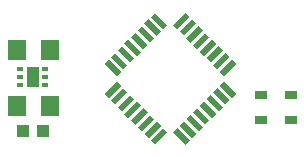
<source format=gbr>
G04 EAGLE Gerber RS-274X export*
G75*
%MOMM*%
%FSLAX34Y34*%
%LPD*%
%INSolderpaste Top*%
%IPPOS*%
%AMOC8*
5,1,8,0,0,1.08239X$1,22.5*%
G01*
%ADD10R,1.600000X1.800000*%
%ADD11R,0.600000X0.350000*%
%ADD12R,1.100000X1.700000*%
%ADD13R,1.000000X1.100000*%
%ADD14R,0.508000X1.473200*%
%ADD15R,1.000000X0.800000*%


D10*
X98600Y90900D03*
X126600Y90900D03*
X98800Y138900D03*
X126800Y138900D03*
D11*
X101500Y122200D03*
X101500Y115700D03*
X101500Y109200D03*
X122500Y109200D03*
X122500Y115700D03*
X122500Y122200D03*
D12*
X112000Y115700D03*
D13*
X104100Y69700D03*
X121100Y69700D03*
D14*
G36*
X176335Y97957D02*
X172743Y101549D01*
X183159Y111965D01*
X186751Y108373D01*
X176335Y97957D01*
G37*
G36*
X181903Y92389D02*
X178311Y95981D01*
X188727Y106397D01*
X192319Y102805D01*
X181903Y92389D01*
G37*
G36*
X187651Y86641D02*
X184059Y90233D01*
X194475Y100649D01*
X198067Y97057D01*
X187651Y86641D01*
G37*
G36*
X193218Y81074D02*
X189626Y84666D01*
X200042Y95082D01*
X203634Y91490D01*
X193218Y81074D01*
G37*
G36*
X198966Y75326D02*
X195374Y78918D01*
X205790Y89334D01*
X209382Y85742D01*
X198966Y75326D01*
G37*
G36*
X204533Y69759D02*
X200941Y73351D01*
X211357Y83767D01*
X214949Y80175D01*
X204533Y69759D01*
G37*
G36*
X210281Y64011D02*
X206689Y67603D01*
X217105Y78019D01*
X220697Y74427D01*
X210281Y64011D01*
G37*
G36*
X215849Y58443D02*
X212257Y62035D01*
X222673Y72451D01*
X226265Y68859D01*
X215849Y58443D01*
G37*
G36*
X230935Y68859D02*
X234527Y72451D01*
X244943Y62035D01*
X241351Y58443D01*
X230935Y68859D01*
G37*
G36*
X236503Y74427D02*
X240095Y78019D01*
X250511Y67603D01*
X246919Y64011D01*
X236503Y74427D01*
G37*
G36*
X242251Y80175D02*
X245843Y83767D01*
X256259Y73351D01*
X252667Y69759D01*
X242251Y80175D01*
G37*
G36*
X247818Y85742D02*
X251410Y89334D01*
X261826Y78918D01*
X258234Y75326D01*
X247818Y85742D01*
G37*
G36*
X253566Y91490D02*
X257158Y95082D01*
X267574Y84666D01*
X263982Y81074D01*
X253566Y91490D01*
G37*
G36*
X259133Y97057D02*
X262725Y100649D01*
X273141Y90233D01*
X269549Y86641D01*
X259133Y97057D01*
G37*
G36*
X264881Y102805D02*
X268473Y106397D01*
X278889Y95981D01*
X275297Y92389D01*
X264881Y102805D01*
G37*
G36*
X270449Y108373D02*
X274041Y111965D01*
X284457Y101549D01*
X280865Y97957D01*
X270449Y108373D01*
G37*
G36*
X274041Y116635D02*
X270449Y120227D01*
X280865Y130643D01*
X284457Y127051D01*
X274041Y116635D01*
G37*
G36*
X268473Y122203D02*
X264881Y125795D01*
X275297Y136211D01*
X278889Y132619D01*
X268473Y122203D01*
G37*
G36*
X262725Y127951D02*
X259133Y131543D01*
X269549Y141959D01*
X273141Y138367D01*
X262725Y127951D01*
G37*
G36*
X257158Y133518D02*
X253566Y137110D01*
X263982Y147526D01*
X267574Y143934D01*
X257158Y133518D01*
G37*
G36*
X251410Y139266D02*
X247818Y142858D01*
X258234Y153274D01*
X261826Y149682D01*
X251410Y139266D01*
G37*
G36*
X245843Y144833D02*
X242251Y148425D01*
X252667Y158841D01*
X256259Y155249D01*
X245843Y144833D01*
G37*
G36*
X240095Y150581D02*
X236503Y154173D01*
X246919Y164589D01*
X250511Y160997D01*
X240095Y150581D01*
G37*
G36*
X234527Y156149D02*
X230935Y159741D01*
X241351Y170157D01*
X244943Y166565D01*
X234527Y156149D01*
G37*
G36*
X212257Y166565D02*
X215849Y170157D01*
X226265Y159741D01*
X222673Y156149D01*
X212257Y166565D01*
G37*
G36*
X206689Y160997D02*
X210281Y164589D01*
X220697Y154173D01*
X217105Y150581D01*
X206689Y160997D01*
G37*
G36*
X200941Y155249D02*
X204533Y158841D01*
X214949Y148425D01*
X211357Y144833D01*
X200941Y155249D01*
G37*
G36*
X195374Y149682D02*
X198966Y153274D01*
X209382Y142858D01*
X205790Y139266D01*
X195374Y149682D01*
G37*
G36*
X189626Y143934D02*
X193218Y147526D01*
X203634Y137110D01*
X200042Y133518D01*
X189626Y143934D01*
G37*
G36*
X184059Y138367D02*
X187651Y141959D01*
X198067Y131543D01*
X194475Y127951D01*
X184059Y138367D01*
G37*
G36*
X178311Y132619D02*
X181903Y136211D01*
X192319Y125795D01*
X188727Y122203D01*
X178311Y132619D01*
G37*
G36*
X172743Y127051D02*
X176335Y130643D01*
X186751Y120227D01*
X183159Y116635D01*
X172743Y127051D01*
G37*
D15*
X305100Y79100D03*
X331100Y79100D03*
X331100Y100100D03*
X305100Y100100D03*
M02*

</source>
